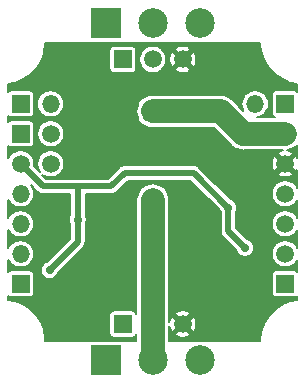
<source format=gbr>
G04 #@! TF.GenerationSoftware,KiCad,Pcbnew,(5.0.0)*
G04 #@! TF.CreationDate,2018-11-06T13:21:30+03:00*
G04 #@! TF.ProjectId,NeoModule,4E656F4D6F64756C652E6B696361645F,rev?*
G04 #@! TF.SameCoordinates,Original*
G04 #@! TF.FileFunction,Copper,L2,Bot,Signal*
G04 #@! TF.FilePolarity,Positive*
%FSLAX46Y46*%
G04 Gerber Fmt 4.6, Leading zero omitted, Abs format (unit mm)*
G04 Created by KiCad (PCBNEW (5.0.0)) date 11/06/18 13:21:30*
%MOMM*%
%LPD*%
G01*
G04 APERTURE LIST*
G04 #@! TA.AperFunction,ComponentPad*
%ADD10R,2.500000X2.500000*%
G04 #@! TD*
G04 #@! TA.AperFunction,ComponentPad*
%ADD11C,2.500000*%
G04 #@! TD*
G04 #@! TA.AperFunction,ComponentPad*
%ADD12R,1.500000X1.500000*%
G04 #@! TD*
G04 #@! TA.AperFunction,ComponentPad*
%ADD13C,1.500000*%
G04 #@! TD*
G04 #@! TA.AperFunction,ComponentPad*
%ADD14O,1.500000X1.500000*%
G04 #@! TD*
G04 #@! TA.AperFunction,ViaPad*
%ADD15C,0.700000*%
G04 #@! TD*
G04 #@! TA.AperFunction,Conductor*
%ADD16C,2.000000*%
G04 #@! TD*
G04 #@! TA.AperFunction,Conductor*
%ADD17C,0.500000*%
G04 #@! TD*
G04 #@! TA.AperFunction,Conductor*
%ADD18C,0.200000*%
G04 #@! TD*
G04 APERTURE END LIST*
D10*
G04 #@! TO.P,REF\002A\002A,1*
G04 #@! TO.N,DIN*
X108700000Y-101550000D03*
D11*
G04 #@! TO.P,REF\002A\002A,2*
G04 #@! TO.N,VIN*
X112700000Y-101550000D03*
G04 #@! TO.P,REF\002A\002A,3*
G04 #@! TO.N,GND*
X116700000Y-101550000D03*
G04 #@! TD*
D12*
G04 #@! TO.P,XP1,1*
G04 #@! TO.N,3V3*
X101500000Y-82400000D03*
D13*
G04 #@! TO.P,XP1,2*
G04 #@! TO.N,Net-(DD1-Pad2)*
X104040000Y-82400000D03*
G04 #@! TO.P,XP1,3*
G04 #@! TO.N,3V3*
X101500000Y-84940000D03*
G04 #@! TO.P,XP1,4*
G04 #@! TO.N,Net-(DD1-Pad3)*
X104040000Y-84940000D03*
G04 #@! TD*
D12*
G04 #@! TO.P,XP2,1*
G04 #@! TO.N,3V3*
X101500000Y-79860000D03*
D14*
G04 #@! TO.P,XP2,2*
G04 #@! TO.N,Net-(DD1-Pad1)*
X104040000Y-79860000D03*
G04 #@! TD*
D13*
G04 #@! TO.P,XP6,3*
G04 #@! TO.N,GND*
X115240000Y-98500000D03*
G04 #@! TO.P,XP6,2*
G04 #@! TO.N,VIN*
X112700000Y-98500000D03*
D12*
G04 #@! TO.P,XP6,1*
G04 #@! TO.N,DIN*
X110160000Y-98500000D03*
G04 #@! TD*
G04 #@! TO.P,XP7,1*
G04 #@! TO.N,DOUT*
X110160000Y-76100000D03*
D13*
G04 #@! TO.P,XP7,2*
G04 #@! TO.N,VIN*
X112700000Y-76100000D03*
G04 #@! TO.P,XP7,3*
G04 #@! TO.N,GND*
X115240000Y-76100000D03*
G04 #@! TD*
D12*
G04 #@! TO.P,XP5,1*
G04 #@! TO.N,SWDIO*
X123900000Y-79860000D03*
D14*
G04 #@! TO.P,XP5,2*
G04 #@! TO.N,SWDCLK*
X121360000Y-79860000D03*
G04 #@! TD*
D12*
G04 #@! TO.P,XP3,1*
G04 #@! TO.N,OUT4*
X101500000Y-95100000D03*
D14*
G04 #@! TO.P,XP3,2*
G04 #@! TO.N,OUT3*
X101500000Y-92560000D03*
G04 #@! TO.P,XP3,3*
G04 #@! TO.N,OUT2*
X101500000Y-90020000D03*
G04 #@! TO.P,XP3,4*
G04 #@! TO.N,OUT1*
X101500000Y-87480000D03*
G04 #@! TD*
D12*
G04 #@! TO.P,XP4,1*
G04 #@! TO.N,OUT5*
X123900000Y-95100000D03*
D13*
G04 #@! TO.P,XP4,2*
G04 #@! TO.N,OUT6*
X123900000Y-92560000D03*
G04 #@! TO.P,XP4,3*
G04 #@! TO.N,OUT7_TX*
X123900000Y-90020000D03*
G04 #@! TO.P,XP4,4*
G04 #@! TO.N,OUT8_RX*
X123900000Y-87480000D03*
G04 #@! TO.P,XP4,5*
G04 #@! TO.N,GND*
X123900000Y-84940000D03*
G04 #@! TO.P,XP4,6*
G04 #@! TO.N,VIN*
X123900000Y-82400000D03*
G04 #@! TD*
D11*
G04 #@! TO.P,REF\002A\002A,3*
G04 #@! TO.N,GND*
X116700000Y-73050000D03*
G04 #@! TO.P,REF\002A\002A,2*
G04 #@! TO.N,VIN*
X112700000Y-73050000D03*
D10*
G04 #@! TO.P,REF\002A\002A,1*
G04 #@! TO.N,DOUT*
X108700000Y-73050000D03*
G04 #@! TD*
D15*
G04 #@! TO.N,GND*
X111000000Y-94450000D03*
X106950000Y-83650000D03*
X108850000Y-83650000D03*
X109950000Y-96100000D03*
X103250000Y-76700000D03*
X108950000Y-78250000D03*
X102050000Y-77900000D03*
X118000000Y-89400000D03*
X120300000Y-89400000D03*
X110700000Y-84100000D03*
X121000000Y-76000000D03*
X118500000Y-76000000D03*
X119000000Y-78600000D03*
X114500000Y-82300000D03*
X117700000Y-82300000D03*
X116100000Y-82300000D03*
X114500000Y-84500000D03*
X122200000Y-97300000D03*
X122000000Y-89400000D03*
X121000000Y-86600000D03*
X115300000Y-93200000D03*
X103900000Y-95900000D03*
X107000000Y-97500000D03*
X105000000Y-97500000D03*
X107000000Y-99000000D03*
X103900000Y-99000000D03*
X117500000Y-83700000D03*
X103250000Y-87850000D03*
X103600000Y-89650000D03*
X105000000Y-89650000D03*
G04 #@! TO.N,VIN*
X112200000Y-80000000D03*
X113200000Y-80000000D03*
X112200000Y-81000000D03*
X113200000Y-81000000D03*
X112200000Y-88800000D03*
X112200000Y-87800000D03*
X113200000Y-87800000D03*
X113200000Y-88800000D03*
G04 #@! TO.N,3V3*
X106350000Y-89650000D03*
X103950000Y-93950000D03*
X120500000Y-92050000D03*
X119100000Y-88650000D03*
G04 #@! TD*
D16*
G04 #@! TO.N,VIN*
X112700000Y-98500000D02*
X112700000Y-88000000D01*
X112700000Y-101550000D02*
X112700000Y-98500000D01*
X120350000Y-82400000D02*
X118450000Y-80500000D01*
X123900000Y-82400000D02*
X120350000Y-82400000D01*
X118450000Y-80500000D02*
X112700000Y-80500000D01*
D17*
G04 #@! TO.N,3V3*
X106350000Y-91550000D02*
X103950000Y-93950000D01*
X106350000Y-89650000D02*
X106350000Y-91550000D01*
X119100000Y-90650000D02*
X119100000Y-88650000D01*
X120500000Y-92050000D02*
X119100000Y-90650000D01*
X119100000Y-88650000D02*
X116150000Y-85700000D01*
X116150000Y-85700000D02*
X110300000Y-85700000D01*
X101500000Y-84940000D02*
X103410000Y-86850000D01*
X103410000Y-86850000D02*
X105500000Y-86850000D01*
X106350000Y-87700000D02*
X106350000Y-89650000D01*
X110300000Y-85700000D02*
X109150000Y-86850000D01*
X106350000Y-87700000D02*
X106350000Y-86850000D01*
X109150000Y-86850000D02*
X106350000Y-86850000D01*
X106350000Y-86850000D02*
X105500000Y-86850000D01*
G04 #@! TD*
D18*
G04 #@! TO.N,GND*
G36*
X107450000Y-74701935D02*
X109950000Y-74701935D01*
X109969647Y-74700000D01*
X116661323Y-74700000D01*
X116785059Y-74705801D01*
X116823571Y-74700000D01*
X121800000Y-74700000D01*
X121800000Y-74954569D01*
X121938346Y-75650081D01*
X122209721Y-76305240D01*
X122603697Y-76894866D01*
X123105134Y-77396303D01*
X123694760Y-77790279D01*
X124349919Y-78061654D01*
X124925000Y-78176045D01*
X124925000Y-78818230D01*
X124873303Y-78775803D01*
X124803814Y-78738660D01*
X124728414Y-78715788D01*
X124650000Y-78708065D01*
X123150000Y-78708065D01*
X123071586Y-78715788D01*
X122996186Y-78738660D01*
X122926697Y-78775803D01*
X122865789Y-78825789D01*
X122815803Y-78886697D01*
X122778660Y-78956186D01*
X122755788Y-79031586D01*
X122748065Y-79110000D01*
X122748065Y-80610000D01*
X122755788Y-80688414D01*
X122778660Y-80763814D01*
X122815803Y-80833303D01*
X122865789Y-80894211D01*
X122926697Y-80944197D01*
X122996186Y-80981340D01*
X123057701Y-81000000D01*
X121518023Y-81000000D01*
X121585439Y-80993360D01*
X121802215Y-80927602D01*
X122001997Y-80820816D01*
X122177107Y-80677107D01*
X122320816Y-80501997D01*
X122427602Y-80302215D01*
X122493360Y-80085439D01*
X122515564Y-79860000D01*
X122493360Y-79634561D01*
X122427602Y-79417785D01*
X122320816Y-79218003D01*
X122177107Y-79042893D01*
X122001997Y-78899184D01*
X121802215Y-78792398D01*
X121585439Y-78726640D01*
X121416492Y-78710000D01*
X121303508Y-78710000D01*
X121134561Y-78726640D01*
X120917785Y-78792398D01*
X120718003Y-78899184D01*
X120542893Y-79042893D01*
X120399184Y-79218003D01*
X120292398Y-79417785D01*
X120226640Y-79634561D01*
X120204436Y-79860000D01*
X120226640Y-80085439D01*
X120292398Y-80302215D01*
X120361622Y-80431723D01*
X119488584Y-79558686D01*
X119444739Y-79505261D01*
X119231562Y-79330310D01*
X118988349Y-79200310D01*
X118724448Y-79120257D01*
X118518777Y-79100000D01*
X118518769Y-79100000D01*
X118450000Y-79093227D01*
X118381231Y-79100000D01*
X112631223Y-79100000D01*
X112425552Y-79120257D01*
X112161651Y-79200310D01*
X112034640Y-79268199D01*
X111981233Y-79278822D01*
X111844742Y-79335359D01*
X111721903Y-79417437D01*
X111617437Y-79521903D01*
X111535359Y-79644742D01*
X111478822Y-79781233D01*
X111468199Y-79834640D01*
X111400310Y-79961651D01*
X111320257Y-80225552D01*
X111293226Y-80500000D01*
X111320257Y-80774448D01*
X111400310Y-81038349D01*
X111468199Y-81165360D01*
X111478822Y-81218767D01*
X111535359Y-81355258D01*
X111617437Y-81478097D01*
X111721903Y-81582563D01*
X111844742Y-81664641D01*
X111981233Y-81721178D01*
X112034640Y-81731801D01*
X112161651Y-81799690D01*
X112425552Y-81879743D01*
X112631223Y-81900000D01*
X117870102Y-81900000D01*
X119311420Y-83341319D01*
X119355261Y-83394739D01*
X119568438Y-83569690D01*
X119726933Y-83654407D01*
X119811650Y-83699690D01*
X120075552Y-83779743D01*
X120281223Y-83800000D01*
X120281231Y-83800000D01*
X120350000Y-83806773D01*
X120418769Y-83800000D01*
X123738704Y-83800000D01*
X123572607Y-83831785D01*
X123362695Y-83916951D01*
X123347876Y-83924871D01*
X123267244Y-84095112D01*
X123900000Y-84727868D01*
X124532756Y-84095112D01*
X124452124Y-83924871D01*
X124243474Y-83836662D01*
X124034543Y-83793523D01*
X124174448Y-83779743D01*
X124438349Y-83699690D01*
X124681562Y-83569690D01*
X124894739Y-83394739D01*
X124925000Y-83357866D01*
X124925000Y-84407505D01*
X124923049Y-84402695D01*
X124915129Y-84387876D01*
X124744888Y-84307244D01*
X124112132Y-84940000D01*
X124744888Y-85572756D01*
X124915129Y-85492124D01*
X124925000Y-85468774D01*
X124925000Y-86949477D01*
X124919116Y-86935271D01*
X124793263Y-86746918D01*
X124633082Y-86586737D01*
X124444729Y-86460884D01*
X124235443Y-86374194D01*
X124013265Y-86330000D01*
X123786735Y-86330000D01*
X123564557Y-86374194D01*
X123355271Y-86460884D01*
X123166918Y-86586737D01*
X123006737Y-86746918D01*
X122880884Y-86935271D01*
X122794194Y-87144557D01*
X122750000Y-87366735D01*
X122750000Y-87593265D01*
X122794194Y-87815443D01*
X122880884Y-88024729D01*
X123006737Y-88213082D01*
X123166918Y-88373263D01*
X123355271Y-88499116D01*
X123564557Y-88585806D01*
X123786735Y-88630000D01*
X124013265Y-88630000D01*
X124235443Y-88585806D01*
X124444729Y-88499116D01*
X124633082Y-88373263D01*
X124793263Y-88213082D01*
X124919116Y-88024729D01*
X124925001Y-88010523D01*
X124925001Y-89489478D01*
X124919116Y-89475271D01*
X124793263Y-89286918D01*
X124633082Y-89126737D01*
X124444729Y-89000884D01*
X124235443Y-88914194D01*
X124013265Y-88870000D01*
X123786735Y-88870000D01*
X123564557Y-88914194D01*
X123355271Y-89000884D01*
X123166918Y-89126737D01*
X123006737Y-89286918D01*
X122880884Y-89475271D01*
X122794194Y-89684557D01*
X122750000Y-89906735D01*
X122750000Y-90133265D01*
X122794194Y-90355443D01*
X122880884Y-90564729D01*
X123006737Y-90753082D01*
X123166918Y-90913263D01*
X123355271Y-91039116D01*
X123564557Y-91125806D01*
X123786735Y-91170000D01*
X124013265Y-91170000D01*
X124235443Y-91125806D01*
X124444729Y-91039116D01*
X124633082Y-90913263D01*
X124793263Y-90753082D01*
X124919116Y-90564729D01*
X124925001Y-90550522D01*
X124925001Y-92029478D01*
X124919116Y-92015271D01*
X124793263Y-91826918D01*
X124633082Y-91666737D01*
X124444729Y-91540884D01*
X124235443Y-91454194D01*
X124013265Y-91410000D01*
X123786735Y-91410000D01*
X123564557Y-91454194D01*
X123355271Y-91540884D01*
X123166918Y-91666737D01*
X123006737Y-91826918D01*
X122880884Y-92015271D01*
X122794194Y-92224557D01*
X122750000Y-92446735D01*
X122750000Y-92673265D01*
X122794194Y-92895443D01*
X122880884Y-93104729D01*
X123006737Y-93293082D01*
X123166918Y-93453263D01*
X123355271Y-93579116D01*
X123564557Y-93665806D01*
X123786735Y-93710000D01*
X124013265Y-93710000D01*
X124235443Y-93665806D01*
X124444729Y-93579116D01*
X124633082Y-93453263D01*
X124793263Y-93293082D01*
X124919116Y-93104729D01*
X124925001Y-93090522D01*
X124925001Y-94058230D01*
X124873303Y-94015803D01*
X124803814Y-93978660D01*
X124728414Y-93955788D01*
X124650000Y-93948065D01*
X123150000Y-93948065D01*
X123071586Y-93955788D01*
X122996186Y-93978660D01*
X122926697Y-94015803D01*
X122865789Y-94065789D01*
X122815803Y-94126697D01*
X122778660Y-94196186D01*
X122755788Y-94271586D01*
X122748065Y-94350000D01*
X122748065Y-95850000D01*
X122755788Y-95928414D01*
X122778660Y-96003814D01*
X122815803Y-96073303D01*
X122865789Y-96134211D01*
X122926697Y-96184197D01*
X122996186Y-96221340D01*
X123071586Y-96244212D01*
X123150000Y-96251935D01*
X124650000Y-96251935D01*
X124728414Y-96244212D01*
X124803814Y-96221340D01*
X124873303Y-96184197D01*
X124925001Y-96141769D01*
X124925001Y-96423955D01*
X124349919Y-96538346D01*
X123694760Y-96809721D01*
X123105134Y-97203697D01*
X122603697Y-97705134D01*
X122209721Y-98294760D01*
X121938346Y-98949919D01*
X121800000Y-99645431D01*
X121800000Y-99900000D01*
X116738677Y-99900000D01*
X116614941Y-99894199D01*
X116576429Y-99900000D01*
X114100000Y-99900000D01*
X114100000Y-99344888D01*
X114607244Y-99344888D01*
X114687876Y-99515129D01*
X114896526Y-99603338D01*
X115118377Y-99649145D01*
X115344901Y-99650792D01*
X115567393Y-99608215D01*
X115777305Y-99523049D01*
X115792124Y-99515129D01*
X115872756Y-99344888D01*
X115240000Y-98712132D01*
X114607244Y-99344888D01*
X114100000Y-99344888D01*
X114100000Y-98661296D01*
X114131785Y-98827393D01*
X114216951Y-99037305D01*
X114224871Y-99052124D01*
X114395112Y-99132756D01*
X115027868Y-98500000D01*
X115452132Y-98500000D01*
X116084888Y-99132756D01*
X116255129Y-99052124D01*
X116343338Y-98843474D01*
X116389145Y-98621623D01*
X116390792Y-98395099D01*
X116348215Y-98172607D01*
X116263049Y-97962695D01*
X116255129Y-97947876D01*
X116084888Y-97867244D01*
X115452132Y-98500000D01*
X115027868Y-98500000D01*
X114395112Y-97867244D01*
X114224871Y-97947876D01*
X114136662Y-98156526D01*
X114100000Y-98334086D01*
X114100000Y-97655112D01*
X114607244Y-97655112D01*
X115240000Y-98287868D01*
X115872756Y-97655112D01*
X115792124Y-97484871D01*
X115583474Y-97396662D01*
X115361623Y-97350855D01*
X115135099Y-97349208D01*
X114912607Y-97391785D01*
X114702695Y-97476951D01*
X114687876Y-97484871D01*
X114607244Y-97655112D01*
X114100000Y-97655112D01*
X114100000Y-87931223D01*
X114079743Y-87725552D01*
X113999690Y-87461651D01*
X113869690Y-87218438D01*
X113694739Y-87005261D01*
X113481562Y-86830310D01*
X113238349Y-86700310D01*
X112974448Y-86620257D01*
X112700000Y-86593226D01*
X112425553Y-86620257D01*
X112161652Y-86700310D01*
X111918439Y-86830310D01*
X111705262Y-87005261D01*
X111530311Y-87218438D01*
X111400311Y-87461651D01*
X111320258Y-87725552D01*
X111300001Y-87931223D01*
X111300000Y-97657701D01*
X111281340Y-97596186D01*
X111244197Y-97526697D01*
X111194211Y-97465789D01*
X111133303Y-97415803D01*
X111063814Y-97378660D01*
X110988414Y-97355788D01*
X110910000Y-97348065D01*
X109410000Y-97348065D01*
X109331586Y-97355788D01*
X109256186Y-97378660D01*
X109186697Y-97415803D01*
X109125789Y-97465789D01*
X109075803Y-97526697D01*
X109038660Y-97596186D01*
X109015788Y-97671586D01*
X109008065Y-97750000D01*
X109008065Y-99250000D01*
X109015788Y-99328414D01*
X109038660Y-99403814D01*
X109075803Y-99473303D01*
X109125789Y-99534211D01*
X109186697Y-99584197D01*
X109256186Y-99621340D01*
X109331586Y-99644212D01*
X109410000Y-99651935D01*
X110910000Y-99651935D01*
X110988414Y-99644212D01*
X111063814Y-99621340D01*
X111133303Y-99584197D01*
X111194211Y-99534211D01*
X111244197Y-99473303D01*
X111281340Y-99403814D01*
X111300001Y-99342297D01*
X111300001Y-99900000D01*
X109969647Y-99900000D01*
X109950000Y-99898065D01*
X107450000Y-99898065D01*
X107430353Y-99900000D01*
X103600000Y-99900000D01*
X103600000Y-99645431D01*
X103461654Y-98949919D01*
X103190279Y-98294760D01*
X102796303Y-97705134D01*
X102294866Y-97203697D01*
X101705240Y-96809721D01*
X101050081Y-96538346D01*
X100475000Y-96423955D01*
X100475000Y-96141770D01*
X100526697Y-96184197D01*
X100596186Y-96221340D01*
X100671586Y-96244212D01*
X100750000Y-96251935D01*
X102250000Y-96251935D01*
X102328414Y-96244212D01*
X102403814Y-96221340D01*
X102473303Y-96184197D01*
X102534211Y-96134211D01*
X102584197Y-96073303D01*
X102621340Y-96003814D01*
X102644212Y-95928414D01*
X102651935Y-95850000D01*
X102651935Y-94350000D01*
X102644212Y-94271586D01*
X102621340Y-94196186D01*
X102584197Y-94126697D01*
X102534211Y-94065789D01*
X102473303Y-94015803D01*
X102403814Y-93978660D01*
X102328414Y-93955788D01*
X102250000Y-93948065D01*
X100750000Y-93948065D01*
X100671586Y-93955788D01*
X100596186Y-93978660D01*
X100526697Y-94015803D01*
X100475000Y-94058230D01*
X100475000Y-93081918D01*
X100539184Y-93201997D01*
X100682893Y-93377107D01*
X100858003Y-93520816D01*
X101057785Y-93627602D01*
X101274561Y-93693360D01*
X101443508Y-93710000D01*
X101556492Y-93710000D01*
X101725439Y-93693360D01*
X101942215Y-93627602D01*
X102141997Y-93520816D01*
X102317107Y-93377107D01*
X102460816Y-93201997D01*
X102567602Y-93002215D01*
X102633360Y-92785439D01*
X102655564Y-92560000D01*
X102633360Y-92334561D01*
X102567602Y-92117785D01*
X102460816Y-91918003D01*
X102317107Y-91742893D01*
X102141997Y-91599184D01*
X101942215Y-91492398D01*
X101725439Y-91426640D01*
X101556492Y-91410000D01*
X101443508Y-91410000D01*
X101274561Y-91426640D01*
X101057785Y-91492398D01*
X100858003Y-91599184D01*
X100682893Y-91742893D01*
X100539184Y-91918003D01*
X100475000Y-92038082D01*
X100475000Y-90541918D01*
X100539184Y-90661997D01*
X100682893Y-90837107D01*
X100858003Y-90980816D01*
X101057785Y-91087602D01*
X101274561Y-91153360D01*
X101443508Y-91170000D01*
X101556492Y-91170000D01*
X101725439Y-91153360D01*
X101942215Y-91087602D01*
X102141997Y-90980816D01*
X102317107Y-90837107D01*
X102460816Y-90661997D01*
X102567602Y-90462215D01*
X102633360Y-90245439D01*
X102655564Y-90020000D01*
X102633360Y-89794561D01*
X102567602Y-89577785D01*
X102460816Y-89378003D01*
X102317107Y-89202893D01*
X102141997Y-89059184D01*
X101942215Y-88952398D01*
X101725439Y-88886640D01*
X101556492Y-88870000D01*
X101443508Y-88870000D01*
X101274561Y-88886640D01*
X101057785Y-88952398D01*
X100858003Y-89059184D01*
X100682893Y-89202893D01*
X100539184Y-89378003D01*
X100475000Y-89498082D01*
X100475000Y-88001918D01*
X100539184Y-88121997D01*
X100682893Y-88297107D01*
X100858003Y-88440816D01*
X101057785Y-88547602D01*
X101274561Y-88613360D01*
X101443508Y-88630000D01*
X101556492Y-88630000D01*
X101725439Y-88613360D01*
X101942215Y-88547602D01*
X102141997Y-88440816D01*
X102317107Y-88297107D01*
X102460816Y-88121997D01*
X102567602Y-87922215D01*
X102633360Y-87705439D01*
X102655564Y-87480000D01*
X102633360Y-87254561D01*
X102567602Y-87037785D01*
X102460816Y-86838003D01*
X102378674Y-86737913D01*
X102927804Y-87287043D01*
X102948157Y-87311843D01*
X102972957Y-87332196D01*
X102972959Y-87332198D01*
X103047131Y-87393070D01*
X103153738Y-87450052D01*
X103160052Y-87453427D01*
X103282578Y-87490595D01*
X103378068Y-87500000D01*
X103378079Y-87500000D01*
X103410000Y-87503144D01*
X103441921Y-87500000D01*
X105700000Y-87500000D01*
X105700000Y-87668069D01*
X105700001Y-89272829D01*
X105685359Y-89294742D01*
X105628822Y-89431233D01*
X105600000Y-89576131D01*
X105600000Y-89723869D01*
X105628822Y-89868767D01*
X105685359Y-90005258D01*
X105700000Y-90027170D01*
X105700001Y-91280760D01*
X103757081Y-93223680D01*
X103731233Y-93228822D01*
X103594742Y-93285359D01*
X103471903Y-93367437D01*
X103367437Y-93471903D01*
X103285359Y-93594742D01*
X103228822Y-93731233D01*
X103200000Y-93876131D01*
X103200000Y-94023869D01*
X103228822Y-94168767D01*
X103285359Y-94305258D01*
X103367437Y-94428097D01*
X103471903Y-94532563D01*
X103594742Y-94614641D01*
X103731233Y-94671178D01*
X103876131Y-94700000D01*
X104023869Y-94700000D01*
X104168767Y-94671178D01*
X104305258Y-94614641D01*
X104428097Y-94532563D01*
X104532563Y-94428097D01*
X104614641Y-94305258D01*
X104671178Y-94168767D01*
X104676320Y-94142919D01*
X106787043Y-92032196D01*
X106811843Y-92011843D01*
X106832196Y-91987043D01*
X106832199Y-91987040D01*
X106893070Y-91912868D01*
X106953427Y-91799948D01*
X106990595Y-91677422D01*
X106996944Y-91612959D01*
X107000000Y-91581932D01*
X107000000Y-91581924D01*
X107003144Y-91550000D01*
X107000000Y-91518076D01*
X107000000Y-90027170D01*
X107014641Y-90005258D01*
X107071178Y-89868767D01*
X107100000Y-89723869D01*
X107100000Y-89576131D01*
X107071178Y-89431233D01*
X107014641Y-89294742D01*
X107000000Y-89272830D01*
X107000000Y-87500000D01*
X109118079Y-87500000D01*
X109150000Y-87503144D01*
X109181921Y-87500000D01*
X109181932Y-87500000D01*
X109277422Y-87490595D01*
X109399948Y-87453427D01*
X109512868Y-87393070D01*
X109611843Y-87311843D01*
X109632200Y-87287038D01*
X110569239Y-86350000D01*
X115880762Y-86350000D01*
X118373681Y-88842920D01*
X118378822Y-88868767D01*
X118435359Y-89005258D01*
X118450001Y-89027171D01*
X118450000Y-90618078D01*
X118446856Y-90650000D01*
X118450000Y-90681921D01*
X118450000Y-90681931D01*
X118459405Y-90777421D01*
X118477511Y-90837107D01*
X118496573Y-90899947D01*
X118556930Y-91012868D01*
X118602013Y-91067801D01*
X118638157Y-91111843D01*
X118662962Y-91132200D01*
X119773681Y-92242919D01*
X119778822Y-92268767D01*
X119835359Y-92405258D01*
X119917437Y-92528097D01*
X120021903Y-92632563D01*
X120144742Y-92714641D01*
X120281233Y-92771178D01*
X120426131Y-92800000D01*
X120573869Y-92800000D01*
X120718767Y-92771178D01*
X120855258Y-92714641D01*
X120978097Y-92632563D01*
X121082563Y-92528097D01*
X121164641Y-92405258D01*
X121221178Y-92268767D01*
X121250000Y-92123869D01*
X121250000Y-91976131D01*
X121221178Y-91831233D01*
X121164641Y-91694742D01*
X121082563Y-91571903D01*
X120978097Y-91467437D01*
X120855258Y-91385359D01*
X120718767Y-91328822D01*
X120692919Y-91323681D01*
X119750000Y-90380762D01*
X119750000Y-89027170D01*
X119764641Y-89005258D01*
X119821178Y-88868767D01*
X119850000Y-88723869D01*
X119850000Y-88576131D01*
X119821178Y-88431233D01*
X119764641Y-88294742D01*
X119682563Y-88171903D01*
X119578097Y-88067437D01*
X119455258Y-87985359D01*
X119318767Y-87928822D01*
X119292920Y-87923681D01*
X117154127Y-85784888D01*
X123267244Y-85784888D01*
X123347876Y-85955129D01*
X123556526Y-86043338D01*
X123778377Y-86089145D01*
X124004901Y-86090792D01*
X124227393Y-86048215D01*
X124437305Y-85963049D01*
X124452124Y-85955129D01*
X124532756Y-85784888D01*
X123900000Y-85152132D01*
X123267244Y-85784888D01*
X117154127Y-85784888D01*
X116632200Y-85262962D01*
X116611843Y-85238157D01*
X116512868Y-85156930D01*
X116399948Y-85096573D01*
X116277422Y-85059405D01*
X116181932Y-85050000D01*
X116181921Y-85050000D01*
X116150000Y-85046856D01*
X116118079Y-85050000D01*
X110331924Y-85050000D01*
X110300000Y-85046856D01*
X110268076Y-85050000D01*
X110268068Y-85050000D01*
X110172578Y-85059405D01*
X110050052Y-85096573D01*
X109937132Y-85156930D01*
X109862960Y-85217801D01*
X109862957Y-85217804D01*
X109838157Y-85238157D01*
X109817804Y-85262957D01*
X108880762Y-86200000D01*
X106381932Y-86200000D01*
X106350000Y-86196855D01*
X106318069Y-86200000D01*
X103679239Y-86200000D01*
X103323745Y-85844507D01*
X103495271Y-85959116D01*
X103704557Y-86045806D01*
X103926735Y-86090000D01*
X104153265Y-86090000D01*
X104375443Y-86045806D01*
X104584729Y-85959116D01*
X104773082Y-85833263D01*
X104933263Y-85673082D01*
X105059116Y-85484729D01*
X105145806Y-85275443D01*
X105190000Y-85053265D01*
X105190000Y-85044901D01*
X122749208Y-85044901D01*
X122791785Y-85267393D01*
X122876951Y-85477305D01*
X122884871Y-85492124D01*
X123055112Y-85572756D01*
X123687868Y-84940000D01*
X123055112Y-84307244D01*
X122884871Y-84387876D01*
X122796662Y-84596526D01*
X122750855Y-84818377D01*
X122749208Y-85044901D01*
X105190000Y-85044901D01*
X105190000Y-84826735D01*
X105145806Y-84604557D01*
X105059116Y-84395271D01*
X104933263Y-84206918D01*
X104773082Y-84046737D01*
X104584729Y-83920884D01*
X104375443Y-83834194D01*
X104153265Y-83790000D01*
X103926735Y-83790000D01*
X103704557Y-83834194D01*
X103495271Y-83920884D01*
X103306918Y-84046737D01*
X103146737Y-84206918D01*
X103020884Y-84395271D01*
X102934194Y-84604557D01*
X102890000Y-84826735D01*
X102890000Y-85053265D01*
X102934194Y-85275443D01*
X103020884Y-85484729D01*
X103135494Y-85656255D01*
X102630506Y-85151268D01*
X102650000Y-85053265D01*
X102650000Y-84826735D01*
X102605806Y-84604557D01*
X102519116Y-84395271D01*
X102393263Y-84206918D01*
X102233082Y-84046737D01*
X102044729Y-83920884D01*
X101835443Y-83834194D01*
X101613265Y-83790000D01*
X101386735Y-83790000D01*
X101164557Y-83834194D01*
X100955271Y-83920884D01*
X100766918Y-84046737D01*
X100606737Y-84206918D01*
X100480884Y-84395271D01*
X100475000Y-84409476D01*
X100475000Y-83441770D01*
X100526697Y-83484197D01*
X100596186Y-83521340D01*
X100671586Y-83544212D01*
X100750000Y-83551935D01*
X102250000Y-83551935D01*
X102328414Y-83544212D01*
X102403814Y-83521340D01*
X102473303Y-83484197D01*
X102534211Y-83434211D01*
X102584197Y-83373303D01*
X102621340Y-83303814D01*
X102644212Y-83228414D01*
X102651935Y-83150000D01*
X102651935Y-82286735D01*
X102890000Y-82286735D01*
X102890000Y-82513265D01*
X102934194Y-82735443D01*
X103020884Y-82944729D01*
X103146737Y-83133082D01*
X103306918Y-83293263D01*
X103495271Y-83419116D01*
X103704557Y-83505806D01*
X103926735Y-83550000D01*
X104153265Y-83550000D01*
X104375443Y-83505806D01*
X104584729Y-83419116D01*
X104773082Y-83293263D01*
X104933263Y-83133082D01*
X105059116Y-82944729D01*
X105145806Y-82735443D01*
X105190000Y-82513265D01*
X105190000Y-82286735D01*
X105145806Y-82064557D01*
X105059116Y-81855271D01*
X104933263Y-81666918D01*
X104773082Y-81506737D01*
X104584729Y-81380884D01*
X104375443Y-81294194D01*
X104153265Y-81250000D01*
X103926735Y-81250000D01*
X103704557Y-81294194D01*
X103495271Y-81380884D01*
X103306918Y-81506737D01*
X103146737Y-81666918D01*
X103020884Y-81855271D01*
X102934194Y-82064557D01*
X102890000Y-82286735D01*
X102651935Y-82286735D01*
X102651935Y-81650000D01*
X102644212Y-81571586D01*
X102621340Y-81496186D01*
X102584197Y-81426697D01*
X102534211Y-81365789D01*
X102473303Y-81315803D01*
X102403814Y-81278660D01*
X102328414Y-81255788D01*
X102250000Y-81248065D01*
X100750000Y-81248065D01*
X100671586Y-81255788D01*
X100596186Y-81278660D01*
X100526697Y-81315803D01*
X100475000Y-81358230D01*
X100475000Y-80901770D01*
X100526697Y-80944197D01*
X100596186Y-80981340D01*
X100671586Y-81004212D01*
X100750000Y-81011935D01*
X102250000Y-81011935D01*
X102328414Y-81004212D01*
X102403814Y-80981340D01*
X102473303Y-80944197D01*
X102534211Y-80894211D01*
X102584197Y-80833303D01*
X102621340Y-80763814D01*
X102644212Y-80688414D01*
X102651935Y-80610000D01*
X102651935Y-79860000D01*
X102884436Y-79860000D01*
X102906640Y-80085439D01*
X102972398Y-80302215D01*
X103079184Y-80501997D01*
X103222893Y-80677107D01*
X103398003Y-80820816D01*
X103597785Y-80927602D01*
X103814561Y-80993360D01*
X103983508Y-81010000D01*
X104096492Y-81010000D01*
X104265439Y-80993360D01*
X104482215Y-80927602D01*
X104681997Y-80820816D01*
X104857107Y-80677107D01*
X105000816Y-80501997D01*
X105107602Y-80302215D01*
X105173360Y-80085439D01*
X105195564Y-79860000D01*
X105173360Y-79634561D01*
X105107602Y-79417785D01*
X105000816Y-79218003D01*
X104857107Y-79042893D01*
X104681997Y-78899184D01*
X104482215Y-78792398D01*
X104265439Y-78726640D01*
X104096492Y-78710000D01*
X103983508Y-78710000D01*
X103814561Y-78726640D01*
X103597785Y-78792398D01*
X103398003Y-78899184D01*
X103222893Y-79042893D01*
X103079184Y-79218003D01*
X102972398Y-79417785D01*
X102906640Y-79634561D01*
X102884436Y-79860000D01*
X102651935Y-79860000D01*
X102651935Y-79110000D01*
X102644212Y-79031586D01*
X102621340Y-78956186D01*
X102584197Y-78886697D01*
X102534211Y-78825789D01*
X102473303Y-78775803D01*
X102403814Y-78738660D01*
X102328414Y-78715788D01*
X102250000Y-78708065D01*
X100750000Y-78708065D01*
X100671586Y-78715788D01*
X100596186Y-78738660D01*
X100526697Y-78775803D01*
X100475000Y-78818230D01*
X100475000Y-78176045D01*
X101050081Y-78061654D01*
X101705240Y-77790279D01*
X102294866Y-77396303D01*
X102796303Y-76894866D01*
X103190279Y-76305240D01*
X103461654Y-75650081D01*
X103521343Y-75350000D01*
X109008065Y-75350000D01*
X109008065Y-76850000D01*
X109015788Y-76928414D01*
X109038660Y-77003814D01*
X109075803Y-77073303D01*
X109125789Y-77134211D01*
X109186697Y-77184197D01*
X109256186Y-77221340D01*
X109331586Y-77244212D01*
X109410000Y-77251935D01*
X110910000Y-77251935D01*
X110988414Y-77244212D01*
X111063814Y-77221340D01*
X111133303Y-77184197D01*
X111194211Y-77134211D01*
X111244197Y-77073303D01*
X111281340Y-77003814D01*
X111304212Y-76928414D01*
X111311935Y-76850000D01*
X111311935Y-75986735D01*
X111550000Y-75986735D01*
X111550000Y-76213265D01*
X111594194Y-76435443D01*
X111680884Y-76644729D01*
X111806737Y-76833082D01*
X111966918Y-76993263D01*
X112155271Y-77119116D01*
X112364557Y-77205806D01*
X112586735Y-77250000D01*
X112813265Y-77250000D01*
X113035443Y-77205806D01*
X113244729Y-77119116D01*
X113433082Y-76993263D01*
X113481457Y-76944888D01*
X114607244Y-76944888D01*
X114687876Y-77115129D01*
X114896526Y-77203338D01*
X115118377Y-77249145D01*
X115344901Y-77250792D01*
X115567393Y-77208215D01*
X115777305Y-77123049D01*
X115792124Y-77115129D01*
X115872756Y-76944888D01*
X115240000Y-76312132D01*
X114607244Y-76944888D01*
X113481457Y-76944888D01*
X113593263Y-76833082D01*
X113719116Y-76644729D01*
X113805806Y-76435443D01*
X113850000Y-76213265D01*
X113850000Y-76204901D01*
X114089208Y-76204901D01*
X114131785Y-76427393D01*
X114216951Y-76637305D01*
X114224871Y-76652124D01*
X114395112Y-76732756D01*
X115027868Y-76100000D01*
X115452132Y-76100000D01*
X116084888Y-76732756D01*
X116255129Y-76652124D01*
X116343338Y-76443474D01*
X116389145Y-76221623D01*
X116390792Y-75995099D01*
X116348215Y-75772607D01*
X116263049Y-75562695D01*
X116255129Y-75547876D01*
X116084888Y-75467244D01*
X115452132Y-76100000D01*
X115027868Y-76100000D01*
X114395112Y-75467244D01*
X114224871Y-75547876D01*
X114136662Y-75756526D01*
X114090855Y-75978377D01*
X114089208Y-76204901D01*
X113850000Y-76204901D01*
X113850000Y-75986735D01*
X113805806Y-75764557D01*
X113719116Y-75555271D01*
X113593263Y-75366918D01*
X113481457Y-75255112D01*
X114607244Y-75255112D01*
X115240000Y-75887868D01*
X115872756Y-75255112D01*
X115792124Y-75084871D01*
X115583474Y-74996662D01*
X115361623Y-74950855D01*
X115135099Y-74949208D01*
X114912607Y-74991785D01*
X114702695Y-75076951D01*
X114687876Y-75084871D01*
X114607244Y-75255112D01*
X113481457Y-75255112D01*
X113433082Y-75206737D01*
X113244729Y-75080884D01*
X113035443Y-74994194D01*
X112813265Y-74950000D01*
X112586735Y-74950000D01*
X112364557Y-74994194D01*
X112155271Y-75080884D01*
X111966918Y-75206737D01*
X111806737Y-75366918D01*
X111680884Y-75555271D01*
X111594194Y-75764557D01*
X111550000Y-75986735D01*
X111311935Y-75986735D01*
X111311935Y-75350000D01*
X111304212Y-75271586D01*
X111281340Y-75196186D01*
X111244197Y-75126697D01*
X111194211Y-75065789D01*
X111133303Y-75015803D01*
X111063814Y-74978660D01*
X110988414Y-74955788D01*
X110910000Y-74948065D01*
X109410000Y-74948065D01*
X109331586Y-74955788D01*
X109256186Y-74978660D01*
X109186697Y-75015803D01*
X109125789Y-75065789D01*
X109075803Y-75126697D01*
X109038660Y-75196186D01*
X109015788Y-75271586D01*
X109008065Y-75350000D01*
X103521343Y-75350000D01*
X103600000Y-74954569D01*
X103600000Y-74700000D01*
X107430353Y-74700000D01*
X107450000Y-74701935D01*
X107450000Y-74701935D01*
G37*
X107450000Y-74701935D02*
X109950000Y-74701935D01*
X109969647Y-74700000D01*
X116661323Y-74700000D01*
X116785059Y-74705801D01*
X116823571Y-74700000D01*
X121800000Y-74700000D01*
X121800000Y-74954569D01*
X121938346Y-75650081D01*
X122209721Y-76305240D01*
X122603697Y-76894866D01*
X123105134Y-77396303D01*
X123694760Y-77790279D01*
X124349919Y-78061654D01*
X124925000Y-78176045D01*
X124925000Y-78818230D01*
X124873303Y-78775803D01*
X124803814Y-78738660D01*
X124728414Y-78715788D01*
X124650000Y-78708065D01*
X123150000Y-78708065D01*
X123071586Y-78715788D01*
X122996186Y-78738660D01*
X122926697Y-78775803D01*
X122865789Y-78825789D01*
X122815803Y-78886697D01*
X122778660Y-78956186D01*
X122755788Y-79031586D01*
X122748065Y-79110000D01*
X122748065Y-80610000D01*
X122755788Y-80688414D01*
X122778660Y-80763814D01*
X122815803Y-80833303D01*
X122865789Y-80894211D01*
X122926697Y-80944197D01*
X122996186Y-80981340D01*
X123057701Y-81000000D01*
X121518023Y-81000000D01*
X121585439Y-80993360D01*
X121802215Y-80927602D01*
X122001997Y-80820816D01*
X122177107Y-80677107D01*
X122320816Y-80501997D01*
X122427602Y-80302215D01*
X122493360Y-80085439D01*
X122515564Y-79860000D01*
X122493360Y-79634561D01*
X122427602Y-79417785D01*
X122320816Y-79218003D01*
X122177107Y-79042893D01*
X122001997Y-78899184D01*
X121802215Y-78792398D01*
X121585439Y-78726640D01*
X121416492Y-78710000D01*
X121303508Y-78710000D01*
X121134561Y-78726640D01*
X120917785Y-78792398D01*
X120718003Y-78899184D01*
X120542893Y-79042893D01*
X120399184Y-79218003D01*
X120292398Y-79417785D01*
X120226640Y-79634561D01*
X120204436Y-79860000D01*
X120226640Y-80085439D01*
X120292398Y-80302215D01*
X120361622Y-80431723D01*
X119488584Y-79558686D01*
X119444739Y-79505261D01*
X119231562Y-79330310D01*
X118988349Y-79200310D01*
X118724448Y-79120257D01*
X118518777Y-79100000D01*
X118518769Y-79100000D01*
X118450000Y-79093227D01*
X118381231Y-79100000D01*
X112631223Y-79100000D01*
X112425552Y-79120257D01*
X112161651Y-79200310D01*
X112034640Y-79268199D01*
X111981233Y-79278822D01*
X111844742Y-79335359D01*
X111721903Y-79417437D01*
X111617437Y-79521903D01*
X111535359Y-79644742D01*
X111478822Y-79781233D01*
X111468199Y-79834640D01*
X111400310Y-79961651D01*
X111320257Y-80225552D01*
X111293226Y-80500000D01*
X111320257Y-80774448D01*
X111400310Y-81038349D01*
X111468199Y-81165360D01*
X111478822Y-81218767D01*
X111535359Y-81355258D01*
X111617437Y-81478097D01*
X111721903Y-81582563D01*
X111844742Y-81664641D01*
X111981233Y-81721178D01*
X112034640Y-81731801D01*
X112161651Y-81799690D01*
X112425552Y-81879743D01*
X112631223Y-81900000D01*
X117870102Y-81900000D01*
X119311420Y-83341319D01*
X119355261Y-83394739D01*
X119568438Y-83569690D01*
X119726933Y-83654407D01*
X119811650Y-83699690D01*
X120075552Y-83779743D01*
X120281223Y-83800000D01*
X120281231Y-83800000D01*
X120350000Y-83806773D01*
X120418769Y-83800000D01*
X123738704Y-83800000D01*
X123572607Y-83831785D01*
X123362695Y-83916951D01*
X123347876Y-83924871D01*
X123267244Y-84095112D01*
X123900000Y-84727868D01*
X124532756Y-84095112D01*
X124452124Y-83924871D01*
X124243474Y-83836662D01*
X124034543Y-83793523D01*
X124174448Y-83779743D01*
X124438349Y-83699690D01*
X124681562Y-83569690D01*
X124894739Y-83394739D01*
X124925000Y-83357866D01*
X124925000Y-84407505D01*
X124923049Y-84402695D01*
X124915129Y-84387876D01*
X124744888Y-84307244D01*
X124112132Y-84940000D01*
X124744888Y-85572756D01*
X124915129Y-85492124D01*
X124925000Y-85468774D01*
X124925000Y-86949477D01*
X124919116Y-86935271D01*
X124793263Y-86746918D01*
X124633082Y-86586737D01*
X124444729Y-86460884D01*
X124235443Y-86374194D01*
X124013265Y-86330000D01*
X123786735Y-86330000D01*
X123564557Y-86374194D01*
X123355271Y-86460884D01*
X123166918Y-86586737D01*
X123006737Y-86746918D01*
X122880884Y-86935271D01*
X122794194Y-87144557D01*
X122750000Y-87366735D01*
X122750000Y-87593265D01*
X122794194Y-87815443D01*
X122880884Y-88024729D01*
X123006737Y-88213082D01*
X123166918Y-88373263D01*
X123355271Y-88499116D01*
X123564557Y-88585806D01*
X123786735Y-88630000D01*
X124013265Y-88630000D01*
X124235443Y-88585806D01*
X124444729Y-88499116D01*
X124633082Y-88373263D01*
X124793263Y-88213082D01*
X124919116Y-88024729D01*
X124925001Y-88010523D01*
X124925001Y-89489478D01*
X124919116Y-89475271D01*
X124793263Y-89286918D01*
X124633082Y-89126737D01*
X124444729Y-89000884D01*
X124235443Y-88914194D01*
X124013265Y-88870000D01*
X123786735Y-88870000D01*
X123564557Y-88914194D01*
X123355271Y-89000884D01*
X123166918Y-89126737D01*
X123006737Y-89286918D01*
X122880884Y-89475271D01*
X122794194Y-89684557D01*
X122750000Y-89906735D01*
X122750000Y-90133265D01*
X122794194Y-90355443D01*
X122880884Y-90564729D01*
X123006737Y-90753082D01*
X123166918Y-90913263D01*
X123355271Y-91039116D01*
X123564557Y-91125806D01*
X123786735Y-91170000D01*
X124013265Y-91170000D01*
X124235443Y-91125806D01*
X124444729Y-91039116D01*
X124633082Y-90913263D01*
X124793263Y-90753082D01*
X124919116Y-90564729D01*
X124925001Y-90550522D01*
X124925001Y-92029478D01*
X124919116Y-92015271D01*
X124793263Y-91826918D01*
X124633082Y-91666737D01*
X124444729Y-91540884D01*
X124235443Y-91454194D01*
X124013265Y-91410000D01*
X123786735Y-91410000D01*
X123564557Y-91454194D01*
X123355271Y-91540884D01*
X123166918Y-91666737D01*
X123006737Y-91826918D01*
X122880884Y-92015271D01*
X122794194Y-92224557D01*
X122750000Y-92446735D01*
X122750000Y-92673265D01*
X122794194Y-92895443D01*
X122880884Y-93104729D01*
X123006737Y-93293082D01*
X123166918Y-93453263D01*
X123355271Y-93579116D01*
X123564557Y-93665806D01*
X123786735Y-93710000D01*
X124013265Y-93710000D01*
X124235443Y-93665806D01*
X124444729Y-93579116D01*
X124633082Y-93453263D01*
X124793263Y-93293082D01*
X124919116Y-93104729D01*
X124925001Y-93090522D01*
X124925001Y-94058230D01*
X124873303Y-94015803D01*
X124803814Y-93978660D01*
X124728414Y-93955788D01*
X124650000Y-93948065D01*
X123150000Y-93948065D01*
X123071586Y-93955788D01*
X122996186Y-93978660D01*
X122926697Y-94015803D01*
X122865789Y-94065789D01*
X122815803Y-94126697D01*
X122778660Y-94196186D01*
X122755788Y-94271586D01*
X122748065Y-94350000D01*
X122748065Y-95850000D01*
X122755788Y-95928414D01*
X122778660Y-96003814D01*
X122815803Y-96073303D01*
X122865789Y-96134211D01*
X122926697Y-96184197D01*
X122996186Y-96221340D01*
X123071586Y-96244212D01*
X123150000Y-96251935D01*
X124650000Y-96251935D01*
X124728414Y-96244212D01*
X124803814Y-96221340D01*
X124873303Y-96184197D01*
X124925001Y-96141769D01*
X124925001Y-96423955D01*
X124349919Y-96538346D01*
X123694760Y-96809721D01*
X123105134Y-97203697D01*
X122603697Y-97705134D01*
X122209721Y-98294760D01*
X121938346Y-98949919D01*
X121800000Y-99645431D01*
X121800000Y-99900000D01*
X116738677Y-99900000D01*
X116614941Y-99894199D01*
X116576429Y-99900000D01*
X114100000Y-99900000D01*
X114100000Y-99344888D01*
X114607244Y-99344888D01*
X114687876Y-99515129D01*
X114896526Y-99603338D01*
X115118377Y-99649145D01*
X115344901Y-99650792D01*
X115567393Y-99608215D01*
X115777305Y-99523049D01*
X115792124Y-99515129D01*
X115872756Y-99344888D01*
X115240000Y-98712132D01*
X114607244Y-99344888D01*
X114100000Y-99344888D01*
X114100000Y-98661296D01*
X114131785Y-98827393D01*
X114216951Y-99037305D01*
X114224871Y-99052124D01*
X114395112Y-99132756D01*
X115027868Y-98500000D01*
X115452132Y-98500000D01*
X116084888Y-99132756D01*
X116255129Y-99052124D01*
X116343338Y-98843474D01*
X116389145Y-98621623D01*
X116390792Y-98395099D01*
X116348215Y-98172607D01*
X116263049Y-97962695D01*
X116255129Y-97947876D01*
X116084888Y-97867244D01*
X115452132Y-98500000D01*
X115027868Y-98500000D01*
X114395112Y-97867244D01*
X114224871Y-97947876D01*
X114136662Y-98156526D01*
X114100000Y-98334086D01*
X114100000Y-97655112D01*
X114607244Y-97655112D01*
X115240000Y-98287868D01*
X115872756Y-97655112D01*
X115792124Y-97484871D01*
X115583474Y-97396662D01*
X115361623Y-97350855D01*
X115135099Y-97349208D01*
X114912607Y-97391785D01*
X114702695Y-97476951D01*
X114687876Y-97484871D01*
X114607244Y-97655112D01*
X114100000Y-97655112D01*
X114100000Y-87931223D01*
X114079743Y-87725552D01*
X113999690Y-87461651D01*
X113869690Y-87218438D01*
X113694739Y-87005261D01*
X113481562Y-86830310D01*
X113238349Y-86700310D01*
X112974448Y-86620257D01*
X112700000Y-86593226D01*
X112425553Y-86620257D01*
X112161652Y-86700310D01*
X111918439Y-86830310D01*
X111705262Y-87005261D01*
X111530311Y-87218438D01*
X111400311Y-87461651D01*
X111320258Y-87725552D01*
X111300001Y-87931223D01*
X111300000Y-97657701D01*
X111281340Y-97596186D01*
X111244197Y-97526697D01*
X111194211Y-97465789D01*
X111133303Y-97415803D01*
X111063814Y-97378660D01*
X110988414Y-97355788D01*
X110910000Y-97348065D01*
X109410000Y-97348065D01*
X109331586Y-97355788D01*
X109256186Y-97378660D01*
X109186697Y-97415803D01*
X109125789Y-97465789D01*
X109075803Y-97526697D01*
X109038660Y-97596186D01*
X109015788Y-97671586D01*
X109008065Y-97750000D01*
X109008065Y-99250000D01*
X109015788Y-99328414D01*
X109038660Y-99403814D01*
X109075803Y-99473303D01*
X109125789Y-99534211D01*
X109186697Y-99584197D01*
X109256186Y-99621340D01*
X109331586Y-99644212D01*
X109410000Y-99651935D01*
X110910000Y-99651935D01*
X110988414Y-99644212D01*
X111063814Y-99621340D01*
X111133303Y-99584197D01*
X111194211Y-99534211D01*
X111244197Y-99473303D01*
X111281340Y-99403814D01*
X111300001Y-99342297D01*
X111300001Y-99900000D01*
X109969647Y-99900000D01*
X109950000Y-99898065D01*
X107450000Y-99898065D01*
X107430353Y-99900000D01*
X103600000Y-99900000D01*
X103600000Y-99645431D01*
X103461654Y-98949919D01*
X103190279Y-98294760D01*
X102796303Y-97705134D01*
X102294866Y-97203697D01*
X101705240Y-96809721D01*
X101050081Y-96538346D01*
X100475000Y-96423955D01*
X100475000Y-96141770D01*
X100526697Y-96184197D01*
X100596186Y-96221340D01*
X100671586Y-96244212D01*
X100750000Y-96251935D01*
X102250000Y-96251935D01*
X102328414Y-96244212D01*
X102403814Y-96221340D01*
X102473303Y-96184197D01*
X102534211Y-96134211D01*
X102584197Y-96073303D01*
X102621340Y-96003814D01*
X102644212Y-95928414D01*
X102651935Y-95850000D01*
X102651935Y-94350000D01*
X102644212Y-94271586D01*
X102621340Y-94196186D01*
X102584197Y-94126697D01*
X102534211Y-94065789D01*
X102473303Y-94015803D01*
X102403814Y-93978660D01*
X102328414Y-93955788D01*
X102250000Y-93948065D01*
X100750000Y-93948065D01*
X100671586Y-93955788D01*
X100596186Y-93978660D01*
X100526697Y-94015803D01*
X100475000Y-94058230D01*
X100475000Y-93081918D01*
X100539184Y-93201997D01*
X100682893Y-93377107D01*
X100858003Y-93520816D01*
X101057785Y-93627602D01*
X101274561Y-93693360D01*
X101443508Y-93710000D01*
X101556492Y-93710000D01*
X101725439Y-93693360D01*
X101942215Y-93627602D01*
X102141997Y-93520816D01*
X102317107Y-93377107D01*
X102460816Y-93201997D01*
X102567602Y-93002215D01*
X102633360Y-92785439D01*
X102655564Y-92560000D01*
X102633360Y-92334561D01*
X102567602Y-92117785D01*
X102460816Y-91918003D01*
X102317107Y-91742893D01*
X102141997Y-91599184D01*
X101942215Y-91492398D01*
X101725439Y-91426640D01*
X101556492Y-91410000D01*
X101443508Y-91410000D01*
X101274561Y-91426640D01*
X101057785Y-91492398D01*
X100858003Y-91599184D01*
X100682893Y-91742893D01*
X100539184Y-91918003D01*
X100475000Y-92038082D01*
X100475000Y-90541918D01*
X100539184Y-90661997D01*
X100682893Y-90837107D01*
X100858003Y-90980816D01*
X101057785Y-91087602D01*
X101274561Y-91153360D01*
X101443508Y-91170000D01*
X101556492Y-91170000D01*
X101725439Y-91153360D01*
X101942215Y-91087602D01*
X102141997Y-90980816D01*
X102317107Y-90837107D01*
X102460816Y-90661997D01*
X102567602Y-90462215D01*
X102633360Y-90245439D01*
X102655564Y-90020000D01*
X102633360Y-89794561D01*
X102567602Y-89577785D01*
X102460816Y-89378003D01*
X102317107Y-89202893D01*
X102141997Y-89059184D01*
X101942215Y-88952398D01*
X101725439Y-88886640D01*
X101556492Y-88870000D01*
X101443508Y-88870000D01*
X101274561Y-88886640D01*
X101057785Y-88952398D01*
X100858003Y-89059184D01*
X100682893Y-89202893D01*
X100539184Y-89378003D01*
X100475000Y-89498082D01*
X100475000Y-88001918D01*
X100539184Y-88121997D01*
X100682893Y-88297107D01*
X100858003Y-88440816D01*
X101057785Y-88547602D01*
X101274561Y-88613360D01*
X101443508Y-88630000D01*
X101556492Y-88630000D01*
X101725439Y-88613360D01*
X101942215Y-88547602D01*
X102141997Y-88440816D01*
X102317107Y-88297107D01*
X102460816Y-88121997D01*
X102567602Y-87922215D01*
X102633360Y-87705439D01*
X102655564Y-87480000D01*
X102633360Y-87254561D01*
X102567602Y-87037785D01*
X102460816Y-86838003D01*
X102378674Y-86737913D01*
X102927804Y-87287043D01*
X102948157Y-87311843D01*
X102972957Y-87332196D01*
X102972959Y-87332198D01*
X103047131Y-87393070D01*
X103153738Y-87450052D01*
X103160052Y-87453427D01*
X103282578Y-87490595D01*
X103378068Y-87500000D01*
X103378079Y-87500000D01*
X103410000Y-87503144D01*
X103441921Y-87500000D01*
X105700000Y-87500000D01*
X105700000Y-87668069D01*
X105700001Y-89272829D01*
X105685359Y-89294742D01*
X105628822Y-89431233D01*
X105600000Y-89576131D01*
X105600000Y-89723869D01*
X105628822Y-89868767D01*
X105685359Y-90005258D01*
X105700000Y-90027170D01*
X105700001Y-91280760D01*
X103757081Y-93223680D01*
X103731233Y-93228822D01*
X103594742Y-93285359D01*
X103471903Y-93367437D01*
X103367437Y-93471903D01*
X103285359Y-93594742D01*
X103228822Y-93731233D01*
X103200000Y-93876131D01*
X103200000Y-94023869D01*
X103228822Y-94168767D01*
X103285359Y-94305258D01*
X103367437Y-94428097D01*
X103471903Y-94532563D01*
X103594742Y-94614641D01*
X103731233Y-94671178D01*
X103876131Y-94700000D01*
X104023869Y-94700000D01*
X104168767Y-94671178D01*
X104305258Y-94614641D01*
X104428097Y-94532563D01*
X104532563Y-94428097D01*
X104614641Y-94305258D01*
X104671178Y-94168767D01*
X104676320Y-94142919D01*
X106787043Y-92032196D01*
X106811843Y-92011843D01*
X106832196Y-91987043D01*
X106832199Y-91987040D01*
X106893070Y-91912868D01*
X106953427Y-91799948D01*
X106990595Y-91677422D01*
X106996944Y-91612959D01*
X107000000Y-91581932D01*
X107000000Y-91581924D01*
X107003144Y-91550000D01*
X107000000Y-91518076D01*
X107000000Y-90027170D01*
X107014641Y-90005258D01*
X107071178Y-89868767D01*
X107100000Y-89723869D01*
X107100000Y-89576131D01*
X107071178Y-89431233D01*
X107014641Y-89294742D01*
X107000000Y-89272830D01*
X107000000Y-87500000D01*
X109118079Y-87500000D01*
X109150000Y-87503144D01*
X109181921Y-87500000D01*
X109181932Y-87500000D01*
X109277422Y-87490595D01*
X109399948Y-87453427D01*
X109512868Y-87393070D01*
X109611843Y-87311843D01*
X109632200Y-87287038D01*
X110569239Y-86350000D01*
X115880762Y-86350000D01*
X118373681Y-88842920D01*
X118378822Y-88868767D01*
X118435359Y-89005258D01*
X118450001Y-89027171D01*
X118450000Y-90618078D01*
X118446856Y-90650000D01*
X118450000Y-90681921D01*
X118450000Y-90681931D01*
X118459405Y-90777421D01*
X118477511Y-90837107D01*
X118496573Y-90899947D01*
X118556930Y-91012868D01*
X118602013Y-91067801D01*
X118638157Y-91111843D01*
X118662962Y-91132200D01*
X119773681Y-92242919D01*
X119778822Y-92268767D01*
X119835359Y-92405258D01*
X119917437Y-92528097D01*
X120021903Y-92632563D01*
X120144742Y-92714641D01*
X120281233Y-92771178D01*
X120426131Y-92800000D01*
X120573869Y-92800000D01*
X120718767Y-92771178D01*
X120855258Y-92714641D01*
X120978097Y-92632563D01*
X121082563Y-92528097D01*
X121164641Y-92405258D01*
X121221178Y-92268767D01*
X121250000Y-92123869D01*
X121250000Y-91976131D01*
X121221178Y-91831233D01*
X121164641Y-91694742D01*
X121082563Y-91571903D01*
X120978097Y-91467437D01*
X120855258Y-91385359D01*
X120718767Y-91328822D01*
X120692919Y-91323681D01*
X119750000Y-90380762D01*
X119750000Y-89027170D01*
X119764641Y-89005258D01*
X119821178Y-88868767D01*
X119850000Y-88723869D01*
X119850000Y-88576131D01*
X119821178Y-88431233D01*
X119764641Y-88294742D01*
X119682563Y-88171903D01*
X119578097Y-88067437D01*
X119455258Y-87985359D01*
X119318767Y-87928822D01*
X119292920Y-87923681D01*
X117154127Y-85784888D01*
X123267244Y-85784888D01*
X123347876Y-85955129D01*
X123556526Y-86043338D01*
X123778377Y-86089145D01*
X124004901Y-86090792D01*
X124227393Y-86048215D01*
X124437305Y-85963049D01*
X124452124Y-85955129D01*
X124532756Y-85784888D01*
X123900000Y-85152132D01*
X123267244Y-85784888D01*
X117154127Y-85784888D01*
X116632200Y-85262962D01*
X116611843Y-85238157D01*
X116512868Y-85156930D01*
X116399948Y-85096573D01*
X116277422Y-85059405D01*
X116181932Y-85050000D01*
X116181921Y-85050000D01*
X116150000Y-85046856D01*
X116118079Y-85050000D01*
X110331924Y-85050000D01*
X110300000Y-85046856D01*
X110268076Y-85050000D01*
X110268068Y-85050000D01*
X110172578Y-85059405D01*
X110050052Y-85096573D01*
X109937132Y-85156930D01*
X109862960Y-85217801D01*
X109862957Y-85217804D01*
X109838157Y-85238157D01*
X109817804Y-85262957D01*
X108880762Y-86200000D01*
X106381932Y-86200000D01*
X106350000Y-86196855D01*
X106318069Y-86200000D01*
X103679239Y-86200000D01*
X103323745Y-85844507D01*
X103495271Y-85959116D01*
X103704557Y-86045806D01*
X103926735Y-86090000D01*
X104153265Y-86090000D01*
X104375443Y-86045806D01*
X104584729Y-85959116D01*
X104773082Y-85833263D01*
X104933263Y-85673082D01*
X105059116Y-85484729D01*
X105145806Y-85275443D01*
X105190000Y-85053265D01*
X105190000Y-85044901D01*
X122749208Y-85044901D01*
X122791785Y-85267393D01*
X122876951Y-85477305D01*
X122884871Y-85492124D01*
X123055112Y-85572756D01*
X123687868Y-84940000D01*
X123055112Y-84307244D01*
X122884871Y-84387876D01*
X122796662Y-84596526D01*
X122750855Y-84818377D01*
X122749208Y-85044901D01*
X105190000Y-85044901D01*
X105190000Y-84826735D01*
X105145806Y-84604557D01*
X105059116Y-84395271D01*
X104933263Y-84206918D01*
X104773082Y-84046737D01*
X104584729Y-83920884D01*
X104375443Y-83834194D01*
X104153265Y-83790000D01*
X103926735Y-83790000D01*
X103704557Y-83834194D01*
X103495271Y-83920884D01*
X103306918Y-84046737D01*
X103146737Y-84206918D01*
X103020884Y-84395271D01*
X102934194Y-84604557D01*
X102890000Y-84826735D01*
X102890000Y-85053265D01*
X102934194Y-85275443D01*
X103020884Y-85484729D01*
X103135494Y-85656255D01*
X102630506Y-85151268D01*
X102650000Y-85053265D01*
X102650000Y-84826735D01*
X102605806Y-84604557D01*
X102519116Y-84395271D01*
X102393263Y-84206918D01*
X102233082Y-84046737D01*
X102044729Y-83920884D01*
X101835443Y-83834194D01*
X101613265Y-83790000D01*
X101386735Y-83790000D01*
X101164557Y-83834194D01*
X100955271Y-83920884D01*
X100766918Y-84046737D01*
X100606737Y-84206918D01*
X100480884Y-84395271D01*
X100475000Y-84409476D01*
X100475000Y-83441770D01*
X100526697Y-83484197D01*
X100596186Y-83521340D01*
X100671586Y-83544212D01*
X100750000Y-83551935D01*
X102250000Y-83551935D01*
X102328414Y-83544212D01*
X102403814Y-83521340D01*
X102473303Y-83484197D01*
X102534211Y-83434211D01*
X102584197Y-83373303D01*
X102621340Y-83303814D01*
X102644212Y-83228414D01*
X102651935Y-83150000D01*
X102651935Y-82286735D01*
X102890000Y-82286735D01*
X102890000Y-82513265D01*
X102934194Y-82735443D01*
X103020884Y-82944729D01*
X103146737Y-83133082D01*
X103306918Y-83293263D01*
X103495271Y-83419116D01*
X103704557Y-83505806D01*
X103926735Y-83550000D01*
X104153265Y-83550000D01*
X104375443Y-83505806D01*
X104584729Y-83419116D01*
X104773082Y-83293263D01*
X104933263Y-83133082D01*
X105059116Y-82944729D01*
X105145806Y-82735443D01*
X105190000Y-82513265D01*
X105190000Y-82286735D01*
X105145806Y-82064557D01*
X105059116Y-81855271D01*
X104933263Y-81666918D01*
X104773082Y-81506737D01*
X104584729Y-81380884D01*
X104375443Y-81294194D01*
X104153265Y-81250000D01*
X103926735Y-81250000D01*
X103704557Y-81294194D01*
X103495271Y-81380884D01*
X103306918Y-81506737D01*
X103146737Y-81666918D01*
X103020884Y-81855271D01*
X102934194Y-82064557D01*
X102890000Y-82286735D01*
X102651935Y-82286735D01*
X102651935Y-81650000D01*
X102644212Y-81571586D01*
X102621340Y-81496186D01*
X102584197Y-81426697D01*
X102534211Y-81365789D01*
X102473303Y-81315803D01*
X102403814Y-81278660D01*
X102328414Y-81255788D01*
X102250000Y-81248065D01*
X100750000Y-81248065D01*
X100671586Y-81255788D01*
X100596186Y-81278660D01*
X100526697Y-81315803D01*
X100475000Y-81358230D01*
X100475000Y-80901770D01*
X100526697Y-80944197D01*
X100596186Y-80981340D01*
X100671586Y-81004212D01*
X100750000Y-81011935D01*
X102250000Y-81011935D01*
X102328414Y-81004212D01*
X102403814Y-80981340D01*
X102473303Y-80944197D01*
X102534211Y-80894211D01*
X102584197Y-80833303D01*
X102621340Y-80763814D01*
X102644212Y-80688414D01*
X102651935Y-80610000D01*
X102651935Y-79860000D01*
X102884436Y-79860000D01*
X102906640Y-80085439D01*
X102972398Y-80302215D01*
X103079184Y-80501997D01*
X103222893Y-80677107D01*
X103398003Y-80820816D01*
X103597785Y-80927602D01*
X103814561Y-80993360D01*
X103983508Y-81010000D01*
X104096492Y-81010000D01*
X104265439Y-80993360D01*
X104482215Y-80927602D01*
X104681997Y-80820816D01*
X104857107Y-80677107D01*
X105000816Y-80501997D01*
X105107602Y-80302215D01*
X105173360Y-80085439D01*
X105195564Y-79860000D01*
X105173360Y-79634561D01*
X105107602Y-79417785D01*
X105000816Y-79218003D01*
X104857107Y-79042893D01*
X104681997Y-78899184D01*
X104482215Y-78792398D01*
X104265439Y-78726640D01*
X104096492Y-78710000D01*
X103983508Y-78710000D01*
X103814561Y-78726640D01*
X103597785Y-78792398D01*
X103398003Y-78899184D01*
X103222893Y-79042893D01*
X103079184Y-79218003D01*
X102972398Y-79417785D01*
X102906640Y-79634561D01*
X102884436Y-79860000D01*
X102651935Y-79860000D01*
X102651935Y-79110000D01*
X102644212Y-79031586D01*
X102621340Y-78956186D01*
X102584197Y-78886697D01*
X102534211Y-78825789D01*
X102473303Y-78775803D01*
X102403814Y-78738660D01*
X102328414Y-78715788D01*
X102250000Y-78708065D01*
X100750000Y-78708065D01*
X100671586Y-78715788D01*
X100596186Y-78738660D01*
X100526697Y-78775803D01*
X100475000Y-78818230D01*
X100475000Y-78176045D01*
X101050081Y-78061654D01*
X101705240Y-77790279D01*
X102294866Y-77396303D01*
X102796303Y-76894866D01*
X103190279Y-76305240D01*
X103461654Y-75650081D01*
X103521343Y-75350000D01*
X109008065Y-75350000D01*
X109008065Y-76850000D01*
X109015788Y-76928414D01*
X109038660Y-77003814D01*
X109075803Y-77073303D01*
X109125789Y-77134211D01*
X109186697Y-77184197D01*
X109256186Y-77221340D01*
X109331586Y-77244212D01*
X109410000Y-77251935D01*
X110910000Y-77251935D01*
X110988414Y-77244212D01*
X111063814Y-77221340D01*
X111133303Y-77184197D01*
X111194211Y-77134211D01*
X111244197Y-77073303D01*
X111281340Y-77003814D01*
X111304212Y-76928414D01*
X111311935Y-76850000D01*
X111311935Y-75986735D01*
X111550000Y-75986735D01*
X111550000Y-76213265D01*
X111594194Y-76435443D01*
X111680884Y-76644729D01*
X111806737Y-76833082D01*
X111966918Y-76993263D01*
X112155271Y-77119116D01*
X112364557Y-77205806D01*
X112586735Y-77250000D01*
X112813265Y-77250000D01*
X113035443Y-77205806D01*
X113244729Y-77119116D01*
X113433082Y-76993263D01*
X113481457Y-76944888D01*
X114607244Y-76944888D01*
X114687876Y-77115129D01*
X114896526Y-77203338D01*
X115118377Y-77249145D01*
X115344901Y-77250792D01*
X115567393Y-77208215D01*
X115777305Y-77123049D01*
X115792124Y-77115129D01*
X115872756Y-76944888D01*
X115240000Y-76312132D01*
X114607244Y-76944888D01*
X113481457Y-76944888D01*
X113593263Y-76833082D01*
X113719116Y-76644729D01*
X113805806Y-76435443D01*
X113850000Y-76213265D01*
X113850000Y-76204901D01*
X114089208Y-76204901D01*
X114131785Y-76427393D01*
X114216951Y-76637305D01*
X114224871Y-76652124D01*
X114395112Y-76732756D01*
X115027868Y-76100000D01*
X115452132Y-76100000D01*
X116084888Y-76732756D01*
X116255129Y-76652124D01*
X116343338Y-76443474D01*
X116389145Y-76221623D01*
X116390792Y-75995099D01*
X116348215Y-75772607D01*
X116263049Y-75562695D01*
X116255129Y-75547876D01*
X116084888Y-75467244D01*
X115452132Y-76100000D01*
X115027868Y-76100000D01*
X114395112Y-75467244D01*
X114224871Y-75547876D01*
X114136662Y-75756526D01*
X114090855Y-75978377D01*
X114089208Y-76204901D01*
X113850000Y-76204901D01*
X113850000Y-75986735D01*
X113805806Y-75764557D01*
X113719116Y-75555271D01*
X113593263Y-75366918D01*
X113481457Y-75255112D01*
X114607244Y-75255112D01*
X115240000Y-75887868D01*
X115872756Y-75255112D01*
X115792124Y-75084871D01*
X115583474Y-74996662D01*
X115361623Y-74950855D01*
X115135099Y-74949208D01*
X114912607Y-74991785D01*
X114702695Y-75076951D01*
X114687876Y-75084871D01*
X114607244Y-75255112D01*
X113481457Y-75255112D01*
X113433082Y-75206737D01*
X113244729Y-75080884D01*
X113035443Y-74994194D01*
X112813265Y-74950000D01*
X112586735Y-74950000D01*
X112364557Y-74994194D01*
X112155271Y-75080884D01*
X111966918Y-75206737D01*
X111806737Y-75366918D01*
X111680884Y-75555271D01*
X111594194Y-75764557D01*
X111550000Y-75986735D01*
X111311935Y-75986735D01*
X111311935Y-75350000D01*
X111304212Y-75271586D01*
X111281340Y-75196186D01*
X111244197Y-75126697D01*
X111194211Y-75065789D01*
X111133303Y-75015803D01*
X111063814Y-74978660D01*
X110988414Y-74955788D01*
X110910000Y-74948065D01*
X109410000Y-74948065D01*
X109331586Y-74955788D01*
X109256186Y-74978660D01*
X109186697Y-75015803D01*
X109125789Y-75065789D01*
X109075803Y-75126697D01*
X109038660Y-75196186D01*
X109015788Y-75271586D01*
X109008065Y-75350000D01*
X103521343Y-75350000D01*
X103600000Y-74954569D01*
X103600000Y-74700000D01*
X107430353Y-74700000D01*
X107450000Y-74701935D01*
G04 #@! TD*
M02*

</source>
